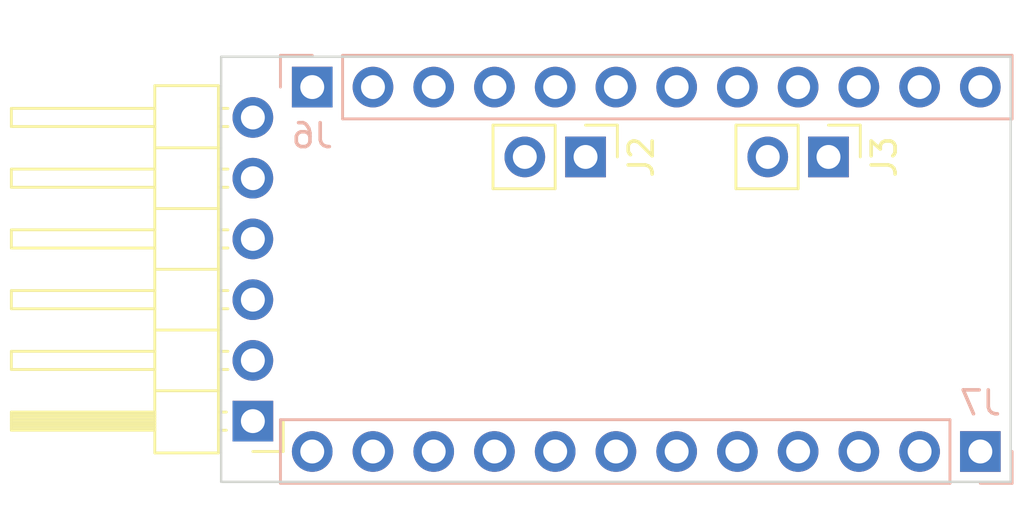
<source format=kicad_pcb>
(kicad_pcb (version 20211014) (generator pcbnew)
  (title_block (date "sam. 04 avril 2015"))
  (layers (0 "F.Cu" signal) (31 "B.Cu" signal) (34 "B.Paste" user) (35 "F.Paste" user) (36 "B.SilkS" user "B.Silkscreen") (37 "F.SilkS" user "F.Silkscreen") (38 "B.Mask" user) (39 "F.Mask" user) (44 "Edge.Cuts" user))
  (net 0 "")
  (net 1 "GND")
  (net 2 "/~{RESET}")
  (net 3 "VCC")
  (net 4 "/*D9")
  (net 5 "/D8")
  (net 6 "/D7")
  (net 7 "/*D6")
  (net 8 "/*D5")
  (net 9 "/D4")
  (net 10 "/A3")
  (net 11 "/A2")
  (net 12 "/A1")
  (net 13 "/A0")
  (net 14 "/A7")
  (net 15 "/A6")
  (net 16 "/D2")
  (net 17 "/*D3")
  (net 18 "/DTR")
  (net 19 "/TX")
  (net 20 "/RX")
  (net 21 "/SCL{slash}A5")
  (net 22 "/SDA{slash}A4")
  (net 23 "/SS{slash}*D10")
  (net 24 "/MOSI{slash}*D11")
  (net 25 "/MISO{slash}D12")
  (net 26 "/SCK{slash}D13")
  (net 27 "VDC")
  (footprint "Connector_PinHeader_2.54mm:PinHeader_1x02_P2.54mm_Vertical" (layer "F.Cu") (at 115.24 86.411 -90)
    (fp_text reference "J2" (at 0 -2.33 90) (layer "F.SilkS"))
    (fp_text value "I2C")
    (fp_line (start -1.33 -1.33) (end 0 -1.33) (layer "F.SilkS") (width 0.12))
    (fp_line (start 1.33 1.27) (end 1.33 3.87) (layer "F.SilkS") (width 0.12))
    (fp_line (start -1.33 1.27) (end -1.33 3.87) (layer "F.SilkS") (width 0.12))
    (fp_line (start -1.33 0) (end -1.33 -1.33) (layer "F.SilkS") (width 0.12))
    (fp_line (start -1.33 3.87) (end 1.33 3.87) (layer "F.SilkS") (width 0.12))
    (fp_line (start -1.33 1.27) (end 1.33 1.27) (layer "F.SilkS") (width 0.12))
    (pad "1" thru_hole rect locked (at 0 0 270) (size 1.7 1.7) (drill 1) (layers *.Cu *.Mask) (net 22 "/SDA{slash}A4"))
    (pad "2" thru_hole oval locked (at 0 2.54 270) (size 1.7 1.7) (drill 1) (layers *.Cu *.Mask) (net 21 "/SCL{slash}A5"))
  )
  (footprint "Connector_PinHeader_2.54mm:PinHeader_1x06_P2.54mm_Horizontal" (layer "F.Cu") (at 101.327 97.46 180)
    (fp_text reference "J1" hide)
    (fp_text value "FTDI")
    (fp_line (start 10.1 10.54) (end 4.1 10.54) (layer "F.SilkS") (width 0.12))
    (fp_line (start 4.1 0.16) (end 10.1 0.16) (layer "F.SilkS") (width 0.12))
    (fp_line (start 1.042929 7.24) (end 1.44 7.24) (layer "F.SilkS") (width 0.12))
    (fp_line (start 1.44 6.35) (end 4.1 6.35) (layer "F.SilkS") (width 0.12))
    (fp_line (start 4.1 0.04) (end 10.1 0.04) (layer "F.SilkS") (width 0.12))
    (fp_line (start 10.1 0.38) (end 4.1 0.38) (layer "F.SilkS") (width 0.12))
    (fp_line (start 4.1 9.78) (end 10.1 9.78) (layer "F.SilkS") (width 0.12))
    (fp_line (start 10.1 2.16) (end 10.1 2.92) (layer "F.SilkS") (width 0.12))
    (fp_line (start 4.1 0.28) (end 10.1 0.28) (layer "F.SilkS") (width 0.12))
    (fp_line (start 1.44 1.27) (end 4.1 1.27) (layer "F.SilkS") (width 0.12))
    (fp_line (start 1.44 -1.33) (end 1.44 14.03) (layer "F.SilkS") (width 0.12))
    (fp_line (start 10.1 13.08) (end 4.1 13.08) (layer "F.SilkS") (width 0.12))
    (fp_line (start 4.1 12.32) (end 10.1 12.32) (layer "F.SilkS") (width 0.12))
    (fp_line (start 10.1 5.46) (end 4.1 5.46) (layer "F.SilkS") (width 0.12))
    (fp_line (start -1.27 0) (end -1.27 -1.27) (layer "F.SilkS") (width 0.12))
    (fp_line (start 1.44 14.03) (end 4.1 14.03) (layer "F.SilkS") (width 0.12))
    (fp_line (start 1.042929 4.7) (end 1.44 4.7) (layer "F.SilkS") (width 0.12))
    (fp_line (start 4.1 -1.33) (end 1.44 -1.33) (layer "F.SilkS") (width 0.12))
    (fp_line (start 1.042929 5.46) (end 1.44 5.46) (layer "F.SilkS") (width 0.12))
    (fp_line (start 10.1 -0.38) (end 10.1 0.38) (layer "F.SilkS") (width 0.12))
    (fp_line (start 1.042929 13.08) (end 1.44 13.08) (layer "F.SilkS") (width 0.12))
    (fp_line (start 1.11 0.38) (end 1.44 0.38) (layer "F.SilkS") (width 0.12))
    (fp_line (start 4.1 -0.2) (end 10.1 -0.2) (layer "F.SilkS") (width 0.12))
    (fp_line (start 1.042929 10.54) (end 1.44 10.54) (layer "F.SilkS") (width 0.12))
    (fp_line (start 1.042929 8) (end 1.44 8) (layer "F.SilkS") (width 0.12))
    (fp_line (start 1.44 8.89) (end 4.1 8.89) (layer "F.SilkS") (width 0.12))
    (fp_line (start 10.1 12.32) (end 10.1 13.08) (layer "F.SilkS") (width 0.12))
    (fp_line (start 4.1 4.7) (end 10.1 4.7) (layer "F.SilkS") (width 0.12))
    (fp_line (start 4.1 7.24) (end 10.1 7.24) (layer "F.SilkS") (width 0.12))
    (fp_line (start 4.1 -0.38) (end 10.1 -0.38) (layer "F.SilkS") (width 0.12))
    (fp_line (start 1.44 3.81) (end 4.1 3.81) (layer "F.SilkS") (width 0.12))
    (fp_line (start 4.1 14.03) (end 4.1 -1.33) (layer "F.SilkS") (width 0.12))
    (fp_line (start 4.1 -0.32) (end 10.1 -0.32) (layer "F.SilkS") (width 0.12))
    (fp_line (start 1.042929 12.32) (end 1.44 12.32) (layer "F.SilkS") (width 0.12))
    (fp_line (start 10.1 2.92) (end 4.1 2.92) (layer "F.SilkS") (width 0.12))
    (fp_line (start 10.1 9.78) (end 10.1 10.54) (layer "F.SilkS") (width 0.12))
    (fp_line (start 10.1 4.7) (end 10.1 5.46) (layer "F.SilkS") (width 0.12))
    (fp_line (start 4.1 2.16) (end 10.1 2.16) (layer "F.SilkS") (width 0.12))
    (fp_line (start 1.042929 2.16) (end 1.44 2.16) (layer "F.SilkS") (width 0.12))
    (fp_line (start 1.44 11.43) (end 4.1 11.43) (layer "F.SilkS") (width 0.12))
    (fp_line (start -1.27 -1.27) (end 0 -1.27) (layer "F.SilkS") (width 0.12))
    (fp_line (start 4.1 -0.08) (end 10.1 -0.08) (layer "F.SilkS") (width 0.12))
    (fp_line (start 1.11 -0.38) (end 1.44 -0.38) (layer "F.SilkS") (width 0.12))
    (fp_line (start 1.042929 2.92) (end 1.44 2.92) (layer "F.SilkS") (width 0.12))
    (fp_line (start 1.042929 9.78) (end 1.44 9.78) (layer "F.SilkS") (width 0.12))
    (fp_line (start 10.1 8) (end 4.1 8) (layer "F.SilkS") (width 0.12))
    (fp_line (start 10.1 7.24) (end 10.1 8) (layer "F.SilkS") (width 0.12))
    (pad "1" thru_hole rect locked (at 0 0 180) (size 1.7 1.7) (drill 1) (layers *.Cu *.Mask) (net 1 "GND"))
    (pad "2" thru_hole oval locked (at 0 2.54 180) (size 1.7 1.7) (drill 1) (layers *.Cu *.Mask) (net 1 "GND"))
    (pad "3" thru_hole oval locked (at 0 5.08 180) (size 1.7 1.7) (drill 1) (layers *.Cu *.Mask) (net 3 "VCC"))
    (pad "4" thru_hole oval locked (at 0 7.62 180) (size 1.7 1.7) (drill 1) (layers *.Cu *.Mask) (net 20 "/RX"))
    (pad "5" thru_hole oval locked (at 0 10.16 180) (size 1.7 1.7) (drill 1) (layers *.Cu *.Mask) (net 19 "/TX"))
    (pad "6" thru_hole oval locked (at 0 12.7 180) (size 1.7 1.7) (drill 1) (layers *.Cu *.Mask) (net 18 "/DTR"))
  )
  (footprint "Connector_PinHeader_2.54mm:PinHeader_1x02_P2.54mm_Vertical" (layer "F.Cu") (at 125.4 86.411 -90)
    (fp_text reference "J3" (at 0 -2.33 90) (layer "F.SilkS"))
    (fp_text value "Analog")
    (fp_line (start -1.33 1.27) (end 1.33 1.27) (layer "F.SilkS") (width 0.12))
    (fp_line (start -1.33 -1.33) (end 0 -1.33) (layer "F.SilkS") (width 0.12))
    (fp_line (start -1.33 0) (end -1.33 -1.33) (layer "F.SilkS") (width 0.12))
    (fp_line (start -1.33 3.87) (end 1.33 3.87) (layer "F.SilkS") (width 0.12))
    (fp_line (start 1.33 1.27) (end 1.33 3.87) (layer "F.SilkS") (width 0.12))
    (fp_line (start -1.33 1.27) (end -1.33 3.87) (layer "F.SilkS") (width 0.12))
    (pad "1" thru_hole rect locked (at 0 0 270) (size 1.7 1.7) (drill 1) (layers *.Cu *.Mask) (net 15 "/A6"))
    (pad "2" thru_hole oval locked (at 0 2.54 270) (size 1.7 1.7) (drill 1) (layers *.Cu *.Mask) (net 14 "/A7"))
  )
  (footprint "Connector_PinHeader_2.54mm:PinHeader_1x12_P2.54mm_Vertical" (layer "B.Cu") (at 131.75 98.73 90)
    (fp_text reference "J7" (at 2.032 0 180) (layer "B.SilkS") (effects (justify mirror)))
    (fp_text value "Analog")
    (fp_line (start 1.33 -1.27) (end 1.33 -29.27) (layer "B.SilkS") (width 0.12))
    (fp_line (start -1.33 1.33) (end 0 1.33) (layer "B.SilkS") (width 0.12))
    (fp_line (start -1.33 -29.27) (end 1.33 -29.27) (layer "B.SilkS") (width 0.12))
    (fp_line (start -1.33 -1.27) (end -1.33 -29.27) (layer "B.SilkS") (width 0.12))
    (fp_line (start -1.33 -1.27) (end 1.33 -1.27) (layer "B.SilkS") (width 0.12))
    (fp_line (start -1.33 0) (end -1.33 1.33) (layer "B.SilkS") (width 0.12))
    (pad "1" thru_hole rect locked (at 0 0 90) (size 1.7 1.7) (drill 1) (layers *.Cu *.Mask) (net 4 "/*D9"))
    (pad "2" thru_hole oval locked (at 0 -2.54 90) (size 1.7 1.7) (drill 1) (layers *.Cu *.Mask) (net 5 "/D8"))
    (pad "3" thru_hole oval locked (at 0 -5.08 90) (size 1.7 1.7) (drill 1) (layers *.Cu *.Mask) (net 6 "/D7"))
    (pad "4" thru_hole oval locked (at 0 -7.62 90) (size 1.7 1.7) (drill 1) (layers *.Cu *.Mask) (net 7 "/*D6"))
    (pad "5" thru_hole oval locked (at 0 -10.16 90) (size 1.7 1.7) (drill 1) (layers *.Cu *.Mask) (net 8 "/*D5"))
    (pad "6" thru_hole oval locked (at 0 -12.7 90) (size 1.7 1.7) (drill 1) (layers *.Cu *.Mask) (net 9 "/D4"))
    (pad "7" thru_hole oval locked (at 0 -15.24 90) (size 1.7 1.7) (drill 1) (layers *.Cu *.Mask) (net 17 "/*D3"))
    (pad "8" thru_hole oval locked (at 0 -17.78 90) (size 1.7 1.7) (drill 1) (layers *.Cu *.Mask) (net 16 "/D2"))
    (pad "9" thru_hole oval locked (at 0 -20.32 90) (size 1.7 1.7) (drill 1) (layers *.Cu *.Mask) (net 1 "GND"))
    (pad "10" thru_hole oval locked (at 0 -22.86 90) (size 1.7 1.7) (drill 1) (layers *.Cu *.Mask) (net 2 "/~{RESET}"))
    (pad "11" thru_hole oval locked (at 0 -25.4 90) (size 1.7 1.7) (drill 1) (layers *.Cu *.Mask) (net 20 "/RX"))
    (pad "12" thru_hole oval locked (at 0 -27.94 90) (size 1.7 1.7) (drill 1) (layers *.Cu *.Mask) (net 19 "/TX"))
  )
  (footprint "Connector_PinHeader_2.54mm:PinHeader_1x12_P2.54mm_Vertical" (layer "B.Cu") (at 103.81 83.49 -90)
    (fp_text reference "J6" (at 2.032 0 180) (layer "B.SilkS") (effects (justify mirror)))
    (fp_text value "Digital")
    (fp_line (start -1.33 -29.27) (end 1.33 -29.27) (layer "B.SilkS") (width 0.12))
    (fp_line (start -1.33 -1.27) (end 1.33 -1.27) (layer "B.SilkS") (width 0.12))
    (fp_line (start -1.33 1.33) (end 0 1.33) (layer "B.SilkS") (width 0.12))
    (fp_line (start -1.33 -1.27) (end -1.33 -29.27) (layer "B.SilkS") (width 0.12))
    (fp_line (start 1.33 -1.27) (end 1.33 -29.27) (layer "B.SilkS") (width 0.12))
    (fp_line (start -1.33 0) (end -1.33 1.33) (layer "B.SilkS") (width 0.12))
    (pad "1" thru_hole rect locked (at 0 0 270) (size 1.7 1.7) (drill 1) (layers *.Cu *.Mask) (net 27 "VDC"))
    (pad "2" thru_hole oval locked (at 0 -2.54 270) (size 1.7 1.7) (drill 1) (layers *.Cu *.Mask) (net 1 "GND"))
    (pad "3" thru_hole oval locked (at 0 -5.08 270) (size 1.7 1.7) (drill 1) (layers *.Cu *.Mask) (net 2 "/~{RESET}"))
    (pad "4" thru_hole oval locked (at 0 -7.62 270) (size 1.7 1.7) (drill 1) (layers *.Cu *.Mask) (net 3 "VCC"))
    (pad "5" thru_hole oval locked (at 0 -10.16 270) (size 1.7 1.7) (drill 1) (layers *.Cu *.Mask) (net 10 "/A3"))
    (pad "6" thru_hole oval locked (at 0 -12.7 270) (size 1.7 1.7) (drill 1) (layers *.Cu *.Mask) (net 11 "/A2"))
    (pad "7" thru_hole oval locked (at 0 -15.24 270) (size 1.7 1.7) (drill 1) (layers *.Cu *.Mask) (net 12 "/A1"))
    (pad "8" thru_hole oval locked (at 0 -17.78 270) (size 1.7 1.7) (drill 1) (layers *.Cu *.Mask) (net 13 "/A0"))
    (pad "9" thru_hole oval locked (at 0 -20.32 270) (size 1.7 1.7) (drill 1) (layers *.Cu *.Mask) (net 26 "/SCK{slash}D13"))
    (pad "10" thru_hole oval locked (at 0 -22.86 270) (size 1.7 1.7) (drill 1) (layers *.Cu *.Mask) (net 25 "/MISO{slash}D12"))
    (pad "11" thru_hole oval locked (at 0 -25.4 270) (size 1.7 1.7) (drill 1) (layers *.Cu *.Mask) (net 24 "/MOSI{slash}*D11"))
    (pad "12" thru_hole oval locked (at 0 -27.94 270) (size 1.7 1.7) (drill 1) (layers *.Cu *.Mask) (net 23 "/SS{slash}*D10"))
  )
  (gr_rect (start 133.02 82.22) (end 100 100) (layer "Edge.Cuts") (width 0.1) (fill none))
)
</source>
